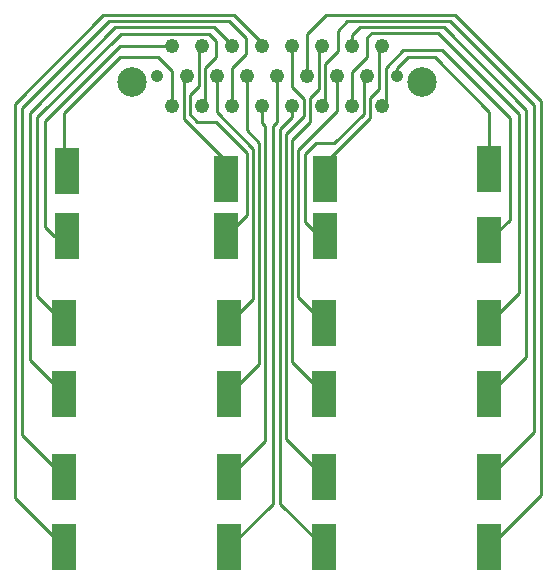
<source format=gtl>
%TF.GenerationSoftware,KiCad,Pcbnew,5.1.10*%
%TF.CreationDate,2021-10-19T20:26:59-04:00*%
%TF.ProjectId,sample_jig,73616d70-6c65-45f6-9a69-672e6b696361,rev?*%
%TF.SameCoordinates,Original*%
%TF.FileFunction,Copper,L1,Top*%
%TF.FilePolarity,Positive*%
%FSLAX46Y46*%
G04 Gerber Fmt 4.6, Leading zero omitted, Abs format (unit mm)*
G04 Created by KiCad (PCBNEW 5.1.10) date 2021-10-19 20:26:59*
%MOMM*%
%LPD*%
G01*
G04 APERTURE LIST*
%TA.AperFunction,ComponentPad*%
%ADD10C,2.500000*%
%TD*%
%TA.AperFunction,ComponentPad*%
%ADD11C,1.217000*%
%TD*%
%TA.AperFunction,ComponentPad*%
%ADD12C,1.070000*%
%TD*%
%TA.AperFunction,SMDPad,CuDef*%
%ADD13R,2.000000X4.000000*%
%TD*%
%TA.AperFunction,Conductor*%
%ADD14C,0.250000*%
%TD*%
G04 APERTURE END LIST*
D10*
%TO.P,J\u002A\u002A,MH2*%
%TO.N,N/C*%
X62770000Y-56610000D03*
%TO.P,J\u002A\u002A,MH1*%
X87280000Y-56610000D03*
D11*
%TO.P,J\u002A\u002A,25*%
X66150000Y-58640000D03*
%TO.P,J\u002A\u002A,24*%
X67420000Y-56100000D03*
%TO.P,J\u002A\u002A,23*%
X68690000Y-58640000D03*
%TO.P,J\u002A\u002A,22*%
X69960000Y-56100000D03*
%TO.P,J\u002A\u002A,21*%
X71230000Y-58640000D03*
%TO.P,J\u002A\u002A,20*%
X73770000Y-58640000D03*
%TO.P,J\u002A\u002A,19*%
X76310000Y-58640000D03*
%TO.P,J\u002A\u002A,18*%
X78850000Y-58640000D03*
%TO.P,J\u002A\u002A,17*%
X80120000Y-56100000D03*
%TO.P,J\u002A\u002A,16*%
X81390000Y-58640000D03*
%TO.P,J\u002A\u002A,15*%
X82660000Y-56100000D03*
%TO.P,J\u002A\u002A,14*%
X83930000Y-58640000D03*
D12*
%TO.P,J\u002A\u002A,13*%
X64880000Y-56100000D03*
D11*
%TO.P,J\u002A\u002A,12*%
X66150000Y-53560000D03*
%TO.P,J\u002A\u002A,11*%
X68690000Y-53560000D03*
%TO.P,J\u002A\u002A,10*%
X71230000Y-53560000D03*
%TO.P,J\u002A\u002A,9*%
X72500000Y-56100000D03*
%TO.P,J\u002A\u002A,8*%
X73770000Y-53560000D03*
%TO.P,J\u002A\u002A,7*%
X75040000Y-56100000D03*
%TO.P,J\u002A\u002A,6*%
X76310000Y-53560000D03*
%TO.P,J\u002A\u002A,5*%
X77580000Y-56100000D03*
%TO.P,J\u002A\u002A,4*%
X78850000Y-53560000D03*
%TO.P,J\u002A\u002A,3*%
X81390000Y-53560000D03*
%TO.P,J\u002A\u002A,2*%
X83930000Y-53560000D03*
D12*
%TO.P,J\u002A\u002A,1*%
X85200000Y-56100000D03*
%TD*%
D13*
%TO.P,REF\u002A\u002A,1*%
%TO.N,N/C*%
X93000000Y-64000000D03*
%TD*%
%TO.P,REF\u002A\u002A,2*%
%TO.N,N/C*%
X93000000Y-70000000D03*
%TD*%
%TO.P,REF\u002A\u002A,6*%
%TO.N,N/C*%
X93000000Y-77000000D03*
%TD*%
%TO.P,REF\u002A\u002A,5*%
%TO.N,N/C*%
X93000000Y-83000000D03*
%TD*%
%TO.P,REF\u002A\u002A,9*%
%TO.N,N/C*%
X93000000Y-96000000D03*
%TD*%
%TO.P,REF\u002A\u002A,10*%
%TO.N,N/C*%
X93000000Y-90000000D03*
%TD*%
%TO.P,REF\u002A\u002A,12*%
%TO.N,N/C*%
X79000000Y-96000000D03*
%TD*%
%TO.P,REF\u002A\u002A,11*%
%TO.N,N/C*%
X79000000Y-90000000D03*
%TD*%
%TO.P,7,7*%
%TO.N,N/C*%
X79000000Y-83000000D03*
%TD*%
%TO.P,REF\u002A\u002A,8*%
%TO.N,N/C*%
X79000000Y-77000000D03*
%TD*%
%TO.P,REF\u002A\u002A,4*%
%TO.N,N/C*%
X79095600Y-69596000D03*
%TD*%
%TO.P,REF\u002A\u002A,3*%
%TO.N,N/C*%
X79070200Y-64770000D03*
%TD*%
%TO.P,REF\u002A\u002A,13*%
%TO.N,N/C*%
X71000000Y-96000000D03*
%TD*%
%TO.P,REF\u002A\u002A,14*%
%TO.N,N/C*%
X71000000Y-90000000D03*
%TD*%
%TO.P,REF\u002A\u002A,15*%
%TO.N,N/C*%
X57000000Y-96000000D03*
%TD*%
%TO.P,REF\u002A\u002A,16*%
%TO.N,N/C*%
X57000000Y-90000000D03*
%TD*%
%TO.P,REF\u002A\u002A,17*%
%TO.N,N/C*%
X71000000Y-83000000D03*
%TD*%
%TO.P,REF\u002A\u002A,18*%
%TO.N,N/C*%
X71000000Y-77000000D03*
%TD*%
%TO.P,REF\u002A\u002A,19*%
%TO.N,N/C*%
X57000000Y-83000000D03*
%TD*%
%TO.P,REF\u002A\u002A,20*%
%TO.N,N/C*%
X57000000Y-77000000D03*
%TD*%
%TO.P,REF\u002A\u002A,21*%
%TO.N,N/C*%
X70739000Y-69596000D03*
%TD*%
%TO.P,REF\u002A\u002A,22*%
%TO.N,N/C*%
X70739000Y-64770000D03*
%TD*%
%TO.P,REF\u002A\u002A,24*%
%TO.N,N/C*%
X57277000Y-64135000D03*
%TD*%
%TO.P,REF\u002A\u002A,23*%
%TO.N,N/C*%
X57277000Y-69596000D03*
%TD*%
D14*
%TO.N,*%
X73025000Y-74975000D02*
X71000000Y-77000000D01*
X69960000Y-56100000D02*
X69960000Y-59160000D01*
X69960000Y-59160000D02*
X73025000Y-62225000D01*
X73025000Y-62225000D02*
X73025000Y-74975000D01*
X75311000Y-92311000D02*
X79000000Y-96000000D01*
X76310000Y-59590000D02*
X75311000Y-60589000D01*
X75311000Y-60589000D02*
X75311000Y-92311000D01*
X76310000Y-58640000D02*
X76310000Y-59590000D01*
X96139000Y-79861000D02*
X93000000Y-83000000D01*
X96139000Y-58928000D02*
X96139000Y-79861000D01*
X89154000Y-51943000D02*
X96139000Y-58928000D01*
X82057000Y-51943000D02*
X89154000Y-51943000D01*
X81390000Y-52610000D02*
X82057000Y-51943000D01*
X81390000Y-53560000D02*
X81390000Y-52610000D01*
X74676000Y-92324000D02*
X71000000Y-96000000D01*
X75040000Y-56100000D02*
X75040000Y-59960000D01*
X75040000Y-59960000D02*
X74676000Y-60324000D01*
X74676000Y-60324000D02*
X74676000Y-92324000D01*
X73533000Y-61722000D02*
X73533000Y-80467000D01*
X72500000Y-56100000D02*
X72500000Y-60689000D01*
X73533000Y-80467000D02*
X71000000Y-83000000D01*
X72500000Y-60689000D02*
X73533000Y-61722000D01*
X52832000Y-58420000D02*
X52832000Y-91832000D01*
X52832000Y-91832000D02*
X57000000Y-96000000D01*
X60325000Y-50927000D02*
X52832000Y-58420000D01*
X71427000Y-50927000D02*
X60325000Y-50927000D01*
X73770000Y-53270000D02*
X71427000Y-50927000D01*
X73770000Y-53560000D02*
X73770000Y-53270000D01*
X53467000Y-86467000D02*
X57000000Y-90000000D01*
X53467000Y-58801000D02*
X53467000Y-86467000D01*
X60833000Y-51435000D02*
X53467000Y-58801000D01*
X70935000Y-51435000D02*
X60833000Y-51435000D01*
X72400000Y-52900000D02*
X70935000Y-51435000D01*
X72400000Y-54250000D02*
X72400000Y-52900000D01*
X71230000Y-55420000D02*
X72400000Y-54250000D01*
X71230000Y-58640000D02*
X71230000Y-55420000D01*
X61705000Y-54500000D02*
X57000000Y-59205000D01*
X64977500Y-54500000D02*
X61705000Y-54500000D01*
X66150000Y-55672500D02*
X64977500Y-54500000D01*
X66150000Y-58640000D02*
X66150000Y-55672500D01*
X57000000Y-63858000D02*
X57277000Y-64135000D01*
X57000000Y-59205000D02*
X57000000Y-63858000D01*
X71000000Y-63500000D02*
X71000000Y-64000000D01*
X54737000Y-59563000D02*
X54737000Y-74737000D01*
X61800000Y-52500000D02*
X54737000Y-59563000D01*
X54737000Y-74737000D02*
X57000000Y-77000000D01*
X69900000Y-53100000D02*
X69300000Y-52500000D01*
X69900000Y-54500000D02*
X69900000Y-53100000D01*
X68961000Y-55439000D02*
X69900000Y-54500000D01*
X68961000Y-58369000D02*
X68961000Y-55439000D01*
X69300000Y-52500000D02*
X61800000Y-52500000D01*
X68690000Y-58640000D02*
X68961000Y-58369000D01*
X95504000Y-74496000D02*
X93000000Y-77000000D01*
X95504000Y-59304000D02*
X95504000Y-74496000D01*
X88651000Y-52451000D02*
X95504000Y-59304000D01*
X83049000Y-52451000D02*
X88651000Y-52451000D01*
X82700000Y-54460000D02*
X82700000Y-52800000D01*
X82700000Y-52800000D02*
X83049000Y-52451000D01*
X81390000Y-55770000D02*
X82700000Y-54460000D01*
X81390000Y-58640000D02*
X81390000Y-55770000D01*
X56134000Y-69596000D02*
X57277000Y-69596000D01*
X55372000Y-68834000D02*
X56134000Y-69596000D01*
X55372000Y-59928000D02*
X55372000Y-68834000D01*
X61740000Y-53560000D02*
X55372000Y-59928000D01*
X66150000Y-53560000D02*
X61740000Y-53560000D01*
X79000000Y-69932200D02*
X79000000Y-70000000D01*
X70739000Y-63271400D02*
X70739000Y-64770000D01*
X67157600Y-59690000D02*
X70739000Y-63271400D01*
X67157600Y-56362400D02*
X67157600Y-59690000D01*
X67420000Y-56100000D02*
X67157600Y-56362400D01*
X54102000Y-80102000D02*
X57000000Y-83000000D01*
X54102000Y-59182000D02*
X54102000Y-80102000D01*
X61341000Y-51943000D02*
X54102000Y-59182000D01*
X69697600Y-51943000D02*
X61341000Y-51943000D01*
X71230000Y-53475400D02*
X69697600Y-51943000D01*
X71230000Y-53560000D02*
X71230000Y-53475400D01*
X97409000Y-91591000D02*
X93000000Y-96000000D01*
X77580000Y-56100000D02*
X77580000Y-52520000D01*
X77580000Y-52520000D02*
X79173000Y-50927000D01*
X79173000Y-50927000D02*
X90106500Y-50927000D01*
X90106500Y-50927000D02*
X97409000Y-58229500D01*
X97409000Y-58229500D02*
X97409000Y-91591000D01*
X75819000Y-60984000D02*
X75819000Y-86819000D01*
X77317600Y-59485400D02*
X75819000Y-60984000D01*
X75819000Y-86819000D02*
X79000000Y-90000000D01*
X77317600Y-58039000D02*
X77317600Y-59485400D01*
X76310000Y-57031400D02*
X77317600Y-58039000D01*
X76310000Y-53560000D02*
X76310000Y-57031400D01*
X76327000Y-61468000D02*
X76327000Y-80327000D01*
X77825600Y-59969400D02*
X76327000Y-61468000D01*
X76327000Y-80327000D02*
X79000000Y-83000000D01*
X77825600Y-57988200D02*
X77825600Y-59969400D01*
X78587600Y-57226200D02*
X77825600Y-57988200D01*
X78587600Y-53822400D02*
X78587600Y-57226200D01*
X78850000Y-53560000D02*
X78587600Y-53822400D01*
X94742000Y-68258000D02*
X93000000Y-70000000D01*
X94742000Y-59642000D02*
X94742000Y-68258000D01*
X89000000Y-53900000D02*
X94742000Y-59642000D01*
X84226400Y-55373600D02*
X85700000Y-53900000D01*
X84226400Y-58343600D02*
X84226400Y-55373600D01*
X85700000Y-53900000D02*
X89000000Y-53900000D01*
X83930000Y-58640000D02*
X84226400Y-58343600D01*
X88400000Y-54500000D02*
X93000000Y-59100000D01*
X86089000Y-54500000D02*
X88400000Y-54500000D01*
X93000000Y-59100000D02*
X93000000Y-64000000D01*
X85200000Y-55389000D02*
X86089000Y-54500000D01*
X85200000Y-56100000D02*
X85200000Y-55389000D01*
X72517000Y-67818000D02*
X70739000Y-69596000D01*
X72517000Y-62611000D02*
X72517000Y-67818000D01*
X68275200Y-59944000D02*
X69850000Y-59944000D01*
X69850000Y-59944000D02*
X72517000Y-62611000D01*
X67665600Y-59334400D02*
X68275200Y-59944000D01*
X67665600Y-57683400D02*
X67665600Y-59334400D01*
X68453000Y-56896000D02*
X67665600Y-57683400D01*
X68453000Y-53797000D02*
X68453000Y-56896000D01*
X68690000Y-53560000D02*
X68453000Y-53797000D01*
X74041000Y-86959000D02*
X71000000Y-90000000D01*
X74041000Y-60325000D02*
X74041000Y-86959000D01*
X73770000Y-60054000D02*
X74041000Y-60325000D01*
X73770000Y-58640000D02*
X73770000Y-60054000D01*
X76835000Y-74835000D02*
X79000000Y-77000000D01*
X76835000Y-62357000D02*
X76835000Y-74835000D01*
X80137000Y-59055000D02*
X76835000Y-62357000D01*
X80137000Y-56117000D02*
X80137000Y-59055000D01*
X80120000Y-56100000D02*
X80137000Y-56117000D01*
X96774000Y-86226000D02*
X93000000Y-90000000D01*
X96774000Y-58547000D02*
X96774000Y-86226000D01*
X81000600Y-51435000D02*
X89662000Y-51435000D01*
X80187800Y-52247800D02*
X81000600Y-51435000D01*
X80187800Y-53949600D02*
X80187800Y-52247800D01*
X89662000Y-51435000D02*
X96774000Y-58547000D01*
X79095600Y-55041800D02*
X80187800Y-53949600D01*
X79095600Y-58394400D02*
X79095600Y-55041800D01*
X78850000Y-58640000D02*
X79095600Y-58394400D01*
X79019400Y-63550800D02*
X79019400Y-64744600D01*
X82905600Y-59664600D02*
X79019400Y-63550800D01*
X82905600Y-57937400D02*
X82905600Y-59664600D01*
X83693000Y-57150000D02*
X82905600Y-57937400D01*
X83693000Y-53797000D02*
X83693000Y-57150000D01*
X83930000Y-53560000D02*
X83693000Y-53797000D01*
X77400000Y-68433800D02*
X78536800Y-69570600D01*
X77400000Y-62706400D02*
X77400000Y-68433800D01*
X78308200Y-61798200D02*
X77400000Y-62706400D01*
X79883000Y-61798200D02*
X78308200Y-61798200D01*
X82397600Y-59283600D02*
X79883000Y-61798200D01*
X78536800Y-69570600D02*
X78994000Y-69570600D01*
X82397600Y-56362400D02*
X82397600Y-59283600D01*
X82660000Y-56100000D02*
X82397600Y-56362400D01*
%TD*%
M02*

</source>
